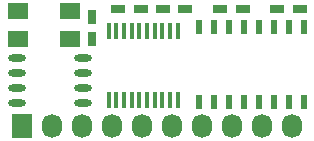
<source format=gbr>
G04 #@! TF.FileFunction,Soldermask,Top*
%FSLAX46Y46*%
G04 Gerber Fmt 4.6, Leading zero omitted, Abs format (unit mm)*
G04 Created by KiCad (PCBNEW (2015-04-09 BZR 5589)-product) date Monday, June 29, 2015 'PMt' 04:43:37 PM*
%MOMM*%
G01*
G04 APERTURE LIST*
%ADD10C,0.100000*%
%ADD11R,0.750000X1.200000*%
%ADD12R,1.200000X0.750000*%
%ADD13R,0.450000X1.450000*%
%ADD14R,1.727200X2.032000*%
%ADD15O,1.727200X2.032000*%
%ADD16R,0.508000X1.143000*%
%ADD17O,1.473200X0.609600*%
%ADD18R,1.800860X1.399540*%
G04 APERTURE END LIST*
D10*
D11*
X161798000Y-107757000D03*
X161798000Y-105857000D03*
D12*
X179385000Y-105156000D03*
X177485000Y-105156000D03*
X174559000Y-105156000D03*
X172659000Y-105156000D03*
X169700000Y-105150000D03*
X167800000Y-105150000D03*
X164000000Y-105150000D03*
X165900000Y-105150000D03*
D13*
X169041000Y-107032000D03*
X168391000Y-107032000D03*
X167741000Y-107032000D03*
X167091000Y-107032000D03*
X166441000Y-107032000D03*
X165791000Y-107032000D03*
X165141000Y-107032000D03*
X164491000Y-107032000D03*
X163841000Y-107032000D03*
X163191000Y-107032000D03*
X163191000Y-112932000D03*
X163841000Y-112932000D03*
X164491000Y-112932000D03*
X165141000Y-112932000D03*
X165791000Y-112932000D03*
X166441000Y-112932000D03*
X167091000Y-112932000D03*
X167741000Y-112932000D03*
X168391000Y-112932000D03*
X169041000Y-112932000D03*
D14*
X155892500Y-115062000D03*
D15*
X158432500Y-115062000D03*
X160972500Y-115062000D03*
X163512500Y-115062000D03*
X166052500Y-115062000D03*
X168592500Y-115062000D03*
X171132500Y-115062000D03*
X173672500Y-115062000D03*
X176212500Y-115062000D03*
X178752500Y-115062000D03*
D16*
X170815000Y-106680000D03*
X173355000Y-106680000D03*
X174625000Y-106680000D03*
X175895000Y-106680000D03*
X177165000Y-106680000D03*
X178435000Y-106680000D03*
X179705000Y-106680000D03*
X179705000Y-113030000D03*
X178435000Y-113030000D03*
X177165000Y-113030000D03*
X175895000Y-113030000D03*
X174625000Y-113030000D03*
X173355000Y-113030000D03*
X172085000Y-113030000D03*
X170815000Y-113030000D03*
X172085000Y-106680000D03*
D17*
X161036000Y-113157000D03*
X161036000Y-111887000D03*
X161036000Y-110617000D03*
X161036000Y-109347000D03*
X155448000Y-109347000D03*
X155448000Y-110617000D03*
X155448000Y-111887000D03*
X155448000Y-113157000D03*
D18*
X159933640Y-105354120D03*
X155534360Y-105354120D03*
X155534360Y-107751880D03*
X159933640Y-107751880D03*
M02*

</source>
